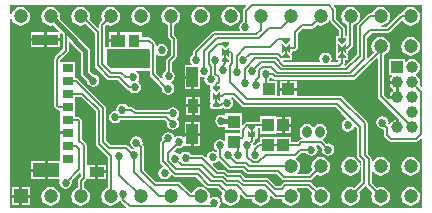
<source format=gbl>
G04 Layer_Physical_Order=4*
G04 Layer_Color=16711680*
%FSLAX23Y23*%
%MOIN*%
G70*
G01*
G75*
%ADD10R,0.043X0.039*%
%ADD19R,0.039X0.043*%
%ADD24C,0.005*%
%ADD25C,0.006*%
%ADD27C,0.010*%
%ADD28C,0.015*%
%ADD31R,0.006X0.018*%
%ADD32O,0.031X0.039*%
%ADD33C,0.039*%
%ADD34R,0.039X0.039*%
%ADD35C,0.047*%
%ADD36R,0.047X0.047*%
%ADD37C,0.027*%
%ADD38C,0.030*%
%ADD39R,0.037X0.028*%
%ADD40R,0.091X0.047*%
%ADD41R,0.085X0.037*%
%ADD42R,0.049X0.035*%
%ADD43R,0.035X0.041*%
%ADD44R,0.047X0.041*%
%ADD45R,0.041X0.067*%
%ADD46R,0.035X0.047*%
%ADD47R,0.006X0.020*%
G36*
X1084Y467D02*
Y460D01*
X1058D01*
X1058Y467D01*
X1071Y480D01*
X1084Y467D01*
D02*
G37*
G36*
X898D02*
Y460D01*
X872D01*
X872Y467D01*
X885Y480D01*
X898Y467D01*
D02*
G37*
G36*
X696Y478D02*
X696D01*
X696Y464D01*
X683Y477D01*
X670Y464D01*
X670Y481D01*
X670D01*
X670Y496D01*
X683Y483D01*
X696Y496D01*
X696Y478D01*
D02*
G37*
G36*
X898Y492D02*
X898D01*
X898Y478D01*
X885Y491D01*
X872Y478D01*
X872Y495D01*
X872D01*
X872Y510D01*
X885Y497D01*
X898Y510D01*
X898Y492D01*
D02*
G37*
G36*
X696Y507D02*
X683Y494D01*
X670Y507D01*
Y514D01*
X696D01*
X696Y507D01*
D02*
G37*
G36*
X666Y331D02*
X666D01*
X666Y317D01*
X653Y330D01*
X640Y317D01*
X640Y334D01*
X640D01*
X640Y349D01*
X653Y336D01*
X666Y349D01*
X666Y331D01*
D02*
G37*
G36*
X666Y306D02*
Y299D01*
X640D01*
X640Y306D01*
X653Y319D01*
X666Y306D01*
D02*
G37*
G36*
X666Y360D02*
X653Y347D01*
X640Y360D01*
Y367D01*
X666D01*
X666Y360D01*
D02*
G37*
G36*
X696Y453D02*
Y446D01*
X670D01*
X670Y453D01*
X683Y466D01*
X696Y453D01*
D02*
G37*
G36*
X753Y635D02*
X744Y626D01*
X742Y623D01*
X741Y619D01*
Y582D01*
X734Y578D01*
X730Y571D01*
X728Y563D01*
X730Y555D01*
X731Y554D01*
X729Y550D01*
X644D01*
X640Y549D01*
X637Y547D01*
X578Y488D01*
X576Y485D01*
X575Y481D01*
Y473D01*
X570Y470D01*
X566Y463D01*
X564Y455D01*
X566Y447D01*
X570Y440D01*
X571Y440D01*
X570Y436D01*
X547D01*
Y401D01*
X573D01*
Y396D01*
X578D01*
Y357D01*
X599D01*
Y397D01*
X603Y399D01*
X605Y398D01*
X613Y396D01*
X614Y395D01*
X613Y390D01*
X615Y382D01*
X619Y375D01*
X626Y371D01*
X631Y370D01*
X633Y367D01*
Y360D01*
X633Y357D01*
X635Y355D01*
X635Y354D01*
X634Y353D01*
X633Y352D01*
X633Y349D01*
X633Y334D01*
X633Y334D01*
X633Y317D01*
X633Y314D01*
X635Y312D01*
X633Y309D01*
X633Y309D01*
X633Y307D01*
X633Y306D01*
X633Y299D01*
X633Y299D01*
X633Y299D01*
X633Y296D01*
X633Y296D01*
X633Y296D01*
X634Y295D01*
X635Y294D01*
X635Y294D01*
X635Y294D01*
X636Y293D01*
X637Y292D01*
X637Y292D01*
X637Y292D01*
X640Y292D01*
X640Y292D01*
X640Y292D01*
X666D01*
X669Y292D01*
X671Y294D01*
X675Y295D01*
X680Y292D01*
X688Y290D01*
X696Y292D01*
X703Y296D01*
X707Y303D01*
X709Y311D01*
X707Y319D01*
X703Y326D01*
X703Y327D01*
X704Y330D01*
X708D01*
X739Y299D01*
X742Y297D01*
X746Y296D01*
X1050D01*
X1086Y259D01*
X1085Y256D01*
X1083Y255D01*
X1076Y251D01*
X1072Y244D01*
X1070Y236D01*
X1072Y228D01*
X1076Y221D01*
X1083Y217D01*
X1091Y215D01*
X1099Y217D01*
X1106Y221D01*
X1110Y228D01*
X1111Y230D01*
X1114Y231D01*
X1120Y226D01*
Y135D01*
X1121Y131D01*
X1123Y128D01*
X1135Y116D01*
Y101D01*
X1131Y101D01*
X1130Y103D01*
X1130Y108D01*
X1127Y115D01*
X1122Y122D01*
X1115Y127D01*
X1108Y130D01*
X1100Y131D01*
X1092Y130D01*
X1085Y127D01*
X1078Y122D01*
X1073Y115D01*
X1070Y108D01*
X1069Y100D01*
X1070Y92D01*
X1073Y85D01*
X1078Y78D01*
X1085Y73D01*
X1092Y70D01*
X1100Y69D01*
X1108Y70D01*
X1115Y73D01*
X1122Y78D01*
X1127Y85D01*
X1130Y92D01*
X1130Y97D01*
X1131Y99D01*
X1135Y99D01*
Y49D01*
X1113Y28D01*
X1108Y30D01*
X1100Y31D01*
X1092Y30D01*
X1085Y27D01*
X1078Y22D01*
X1073Y15D01*
X1070Y8D01*
X1069Y0D01*
X1070Y-8D01*
X1073Y-15D01*
X1078Y-22D01*
X1085Y-27D01*
X1092Y-30D01*
X1100Y-31D01*
X1108Y-30D01*
X1115Y-27D01*
X1122Y-22D01*
X1127Y-15D01*
X1130Y-8D01*
X1131Y0D01*
X1130Y8D01*
X1128Y13D01*
X1148Y33D01*
X1153Y33D01*
X1172Y13D01*
X1170Y8D01*
X1169Y0D01*
X1170Y-8D01*
X1173Y-15D01*
X1178Y-22D01*
X1185Y-27D01*
X1192Y-30D01*
X1200Y-31D01*
X1208Y-30D01*
X1215Y-27D01*
X1222Y-22D01*
X1227Y-15D01*
X1230Y-8D01*
X1231Y0D01*
X1230Y8D01*
X1227Y15D01*
X1222Y22D01*
X1215Y27D01*
X1208Y30D01*
X1200Y31D01*
X1192Y30D01*
X1187Y28D01*
X1170Y44D01*
Y82D01*
X1174Y83D01*
X1178Y78D01*
X1185Y73D01*
X1192Y70D01*
X1200Y69D01*
X1208Y70D01*
X1215Y73D01*
X1222Y78D01*
X1227Y85D01*
X1230Y92D01*
X1231Y100D01*
X1230Y108D01*
X1227Y115D01*
X1222Y122D01*
X1215Y127D01*
X1208Y130D01*
X1200Y131D01*
X1192Y130D01*
X1185Y127D01*
X1178Y122D01*
X1174Y117D01*
X1170Y118D01*
Y125D01*
X1169Y129D01*
X1167Y132D01*
X1157Y142D01*
Y244D01*
X1156Y248D01*
X1154Y251D01*
X1073Y332D01*
X1070Y334D01*
X1066Y335D01*
X921D01*
Y352D01*
X866D01*
Y335D01*
X855D01*
Y384D01*
X828D01*
Y390D01*
X833Y393D01*
X834Y395D01*
X839Y395D01*
X841Y392D01*
X845Y390D01*
X849Y389D01*
X1112D01*
X1115Y390D01*
X1119Y392D01*
X1186Y460D01*
X1190Y458D01*
Y335D01*
X1191Y331D01*
X1193Y328D01*
X1261Y259D01*
X1260Y256D01*
Y230D01*
X1250D01*
Y255D01*
X1248Y255D01*
X1242Y252D01*
X1237Y248D01*
X1233Y243D01*
X1232Y243D01*
X1228Y242D01*
X1226Y243D01*
X1227Y245D01*
X1225Y253D01*
X1221Y260D01*
X1214Y264D01*
X1206Y266D01*
X1198Y264D01*
X1191Y260D01*
X1187Y253D01*
X1185Y245D01*
X1187Y237D01*
X1191Y230D01*
X1198Y226D01*
X1206Y224D01*
X1208Y225D01*
X1212Y221D01*
Y205D01*
X1212Y201D01*
X1215Y198D01*
X1228Y185D01*
X1231Y183D01*
X1235Y182D01*
X1319D01*
X1323Y183D01*
X1326Y185D01*
X1334Y193D01*
X1338Y191D01*
Y-39D01*
X664D01*
X662Y-35D01*
X665Y-30D01*
X667Y-22D01*
X665Y-14D01*
X660Y-7D01*
X654Y-3D01*
X646Y-1D01*
X638Y-3D01*
X634Y-5D01*
X631Y-2D01*
X631Y0D01*
X630Y8D01*
X627Y15D01*
X622Y22D01*
X615Y27D01*
X608Y30D01*
X600Y31D01*
X592Y30D01*
X585Y27D01*
X578Y22D01*
X573Y15D01*
X572Y12D01*
X567Y11D01*
X533Y45D01*
X530Y47D01*
X526Y48D01*
X453D01*
X412Y89D01*
Y165D01*
X411Y169D01*
X409Y172D01*
X406Y175D01*
X407Y179D01*
X405Y187D01*
X401Y194D01*
X394Y198D01*
X386Y200D01*
X378Y198D01*
X371Y194D01*
X367Y187D01*
X365Y179D01*
X367Y171D01*
X371Y164D01*
X377Y161D01*
X376Y156D01*
X372Y156D01*
X358Y169D01*
X355Y171D01*
X351Y172D01*
X299D01*
X285Y186D01*
Y295D01*
X284Y299D01*
X282Y302D01*
X193Y392D01*
X189Y394D01*
X186Y395D01*
X183D01*
Y405D01*
X183D01*
Y407D01*
X183D01*
Y449D01*
X133D01*
Y454D01*
X157Y478D01*
X159Y481D01*
X160Y485D01*
Y514D01*
X164Y515D01*
X201Y478D01*
Y411D01*
X202Y405D01*
X206Y401D01*
X221Y385D01*
X223Y377D01*
X227Y370D01*
X234Y366D01*
X242Y364D01*
X250Y366D01*
X257Y370D01*
X261Y377D01*
X263Y385D01*
X261Y393D01*
X257Y400D01*
X250Y404D01*
X242Y406D01*
X231Y417D01*
Y484D01*
X230Y490D01*
X226Y494D01*
X160Y560D01*
X160Y560D01*
X130Y591D01*
X130Y592D01*
X131Y600D01*
X130Y608D01*
X127Y615D01*
X122Y622D01*
X115Y627D01*
X108Y630D01*
X100Y631D01*
X92Y630D01*
X85Y627D01*
X78Y622D01*
X73Y615D01*
X70Y608D01*
X69Y600D01*
X70Y592D01*
X73Y585D01*
X78Y578D01*
X85Y573D01*
X92Y570D01*
X100Y569D01*
X108Y570D01*
X109Y570D01*
X129Y550D01*
X127Y546D01*
X88D01*
Y526D01*
X132D01*
Y542D01*
X136Y543D01*
X140Y540D01*
X140Y540D01*
X140Y539D01*
Y490D01*
X116Y466D01*
X114Y462D01*
X113Y458D01*
Y302D01*
X114Y298D01*
X116Y295D01*
X120Y291D01*
X123Y288D01*
X127Y288D01*
X129D01*
X132Y285D01*
X132Y277D01*
X132Y273D01*
Y235D01*
X132Y234D01*
X133Y230D01*
X133Y230D01*
Y216D01*
X158D01*
Y206D01*
X133D01*
X133Y192D01*
X132Y189D01*
X132Y188D01*
Y147D01*
X132D01*
Y145D01*
X132D01*
Y116D01*
X90D01*
Y87D01*
Y57D01*
X129D01*
X131Y54D01*
X131Y53D01*
X129Y45D01*
X131Y37D01*
X135Y30D01*
X142Y26D01*
X150Y24D01*
X158Y26D01*
X165Y30D01*
X169Y37D01*
X171Y45D01*
X170Y50D01*
X196Y77D01*
X200Y75D01*
Y64D01*
X193Y57D01*
X191Y54D01*
X190Y50D01*
Y29D01*
X185Y27D01*
X178Y22D01*
X173Y15D01*
X170Y8D01*
X169Y0D01*
X170Y-8D01*
X173Y-15D01*
X178Y-22D01*
X185Y-27D01*
X192Y-30D01*
X200Y-31D01*
X208Y-30D01*
X215Y-27D01*
X222Y-22D01*
X227Y-15D01*
X230Y-8D01*
X231Y0D01*
X230Y8D01*
X227Y15D01*
X222Y22D01*
X215Y27D01*
X210Y29D01*
Y46D01*
X217Y53D01*
X219Y56D01*
X220Y57D01*
X223Y58D01*
X224Y58D01*
X249D01*
Y81D01*
Y104D01*
X224D01*
X223Y104D01*
X220Y106D01*
Y170D01*
X219Y174D01*
X217Y177D01*
X205Y189D01*
Y250D01*
X204Y253D01*
X202Y257D01*
X197Y262D01*
X194Y264D01*
X190Y265D01*
X186D01*
X183Y268D01*
X183Y275D01*
X183Y279D01*
Y319D01*
X183D01*
Y320D01*
X183D01*
Y331D01*
X202D01*
X250Y283D01*
Y174D01*
X251Y170D01*
X253Y167D01*
X290Y130D01*
Y29D01*
X285Y27D01*
X278Y22D01*
X273Y15D01*
X270Y8D01*
X269Y0D01*
X270Y-8D01*
X273Y-15D01*
X278Y-22D01*
X285Y-27D01*
X292Y-30D01*
X300Y-31D01*
X308Y-30D01*
X315Y-27D01*
X322Y-22D01*
X327Y-15D01*
X327Y-15D01*
X332Y-13D01*
X333Y-14D01*
X334Y-15D01*
X336Y-18D01*
X353Y-35D01*
X351Y-39D01*
X-34D01*
Y591D01*
X-30Y592D01*
X-27Y585D01*
X-22Y578D01*
X-15Y573D01*
X-8Y570D01*
X0Y569D01*
X8Y570D01*
X15Y573D01*
X22Y578D01*
X27Y585D01*
X30Y592D01*
X31Y600D01*
X30Y608D01*
X27Y615D01*
X22Y622D01*
X15Y627D01*
X8Y630D01*
X0Y631D01*
X-8Y630D01*
X-15Y627D01*
X-22Y622D01*
X-27Y615D01*
X-30Y608D01*
X-34Y609D01*
Y639D01*
X751D01*
X753Y635D01*
D02*
G37*
G36*
X1084Y492D02*
X1084D01*
X1084Y478D01*
X1071Y491D01*
X1058Y478D01*
X1058Y495D01*
X1058D01*
X1058Y510D01*
X1071Y497D01*
X1084Y510D01*
X1084Y492D01*
D02*
G37*
G36*
X1084Y521D02*
X1071Y508D01*
X1058Y521D01*
Y528D01*
X1084D01*
X1084Y521D01*
D02*
G37*
G36*
X1338Y367D02*
X1334Y365D01*
X1330Y370D01*
X1331Y373D01*
X1332Y380D01*
X1331Y387D01*
X1328Y393D01*
X1324Y399D01*
X1319Y403D01*
X1319Y405D01*
Y405D01*
X1319Y407D01*
X1324Y411D01*
X1328Y417D01*
X1331Y423D01*
X1332Y430D01*
X1331Y437D01*
X1328Y443D01*
X1324Y449D01*
X1318Y453D01*
X1312Y456D01*
X1305Y457D01*
X1298Y456D01*
X1292Y453D01*
X1286Y449D01*
X1286Y449D01*
X1282Y450D01*
Y457D01*
X1228D01*
Y403D01*
X1237D01*
X1238Y399D01*
X1237Y398D01*
X1233Y393D01*
X1230Y387D01*
X1230Y385D01*
X1255D01*
Y375D01*
X1230D01*
X1230Y373D01*
X1233Y367D01*
X1237Y362D01*
X1242Y358D01*
X1243Y357D01*
Y353D01*
X1242Y352D01*
X1237Y348D01*
X1233Y343D01*
X1230Y337D01*
X1230Y335D01*
X1255D01*
Y325D01*
X1229D01*
X1226Y324D01*
X1210Y339D01*
Y471D01*
X1215Y473D01*
X1222Y478D01*
X1227Y485D01*
X1230Y492D01*
X1231Y500D01*
X1230Y508D01*
X1227Y515D01*
X1222Y522D01*
X1215Y527D01*
X1208Y530D01*
X1200Y531D01*
X1192Y530D01*
X1185Y527D01*
X1178Y522D01*
X1173Y515D01*
X1170Y508D01*
X1169Y500D01*
X1170Y492D01*
X1173Y485D01*
X1177Y480D01*
X1159Y462D01*
X1155Y463D01*
Y529D01*
X1171Y545D01*
X1225D01*
X1229Y546D01*
X1232Y548D01*
X1269Y585D01*
X1274Y584D01*
X1278Y578D01*
X1285Y573D01*
X1292Y570D01*
X1300Y569D01*
X1308Y570D01*
X1315Y573D01*
X1322Y578D01*
X1327Y585D01*
X1330Y592D01*
X1331Y600D01*
X1330Y608D01*
X1327Y615D01*
X1322Y622D01*
X1315Y627D01*
X1308Y630D01*
X1300Y631D01*
X1292Y630D01*
X1285Y627D01*
X1278Y622D01*
X1273Y615D01*
X1271Y610D01*
X1270D01*
X1266Y609D01*
X1263Y607D01*
X1221Y565D01*
X1201D01*
X1201Y569D01*
X1208Y570D01*
X1215Y573D01*
X1222Y578D01*
X1227Y585D01*
X1230Y592D01*
X1231Y600D01*
X1230Y608D01*
X1227Y615D01*
X1222Y622D01*
X1215Y627D01*
X1208Y630D01*
X1200Y631D01*
X1192Y630D01*
X1185Y627D01*
X1178Y622D01*
X1173Y615D01*
X1171Y610D01*
X1165D01*
X1161Y609D01*
X1158Y607D01*
X1124Y573D01*
X1122Y570D01*
X1121Y566D01*
Y473D01*
X1083Y435D01*
X1081Y435D01*
X1080Y436D01*
X1079Y440D01*
X1080Y442D01*
X1081Y445D01*
Y453D01*
X1084D01*
X1087Y453D01*
X1089Y455D01*
X1091Y457D01*
X1091Y460D01*
Y467D01*
X1091Y470D01*
X1089Y472D01*
X1089Y473D01*
X1091Y475D01*
X1091Y478D01*
X1091Y484D01*
X1093Y485D01*
X1096Y487D01*
X1106Y497D01*
X1108Y500D01*
X1109Y504D01*
Y571D01*
X1115Y573D01*
X1122Y578D01*
X1127Y585D01*
X1130Y592D01*
X1131Y600D01*
X1130Y608D01*
X1127Y615D01*
X1122Y622D01*
X1115Y627D01*
X1108Y630D01*
X1100Y631D01*
X1092Y630D01*
X1085Y627D01*
X1078Y622D01*
X1073Y615D01*
X1070Y608D01*
X1069Y600D01*
X1070Y592D01*
X1073Y585D01*
X1078Y578D01*
X1085Y573D01*
X1089Y571D01*
Y538D01*
X1088Y537D01*
X1087Y536D01*
X1085Y535D01*
X1084Y535D01*
X1081Y538D01*
Y558D01*
X1080Y562D01*
X1078Y565D01*
X1053Y590D01*
Y622D01*
X1052Y626D01*
X1050Y629D01*
X1044Y635D01*
X1046Y639D01*
X1338D01*
Y367D01*
D02*
G37*
G36*
X1033Y589D02*
Y586D01*
X1034Y582D01*
X1036Y579D01*
X1061Y554D01*
Y535D01*
X1058D01*
X1055Y535D01*
X1053Y533D01*
X1051Y531D01*
X1051Y528D01*
Y521D01*
X1051Y518D01*
X1053Y516D01*
X1053Y515D01*
X1052Y514D01*
X1051Y513D01*
X1051Y510D01*
X1051Y495D01*
X1051Y495D01*
X1051Y478D01*
X1051Y475D01*
X1053Y473D01*
X1051Y470D01*
X1051Y470D01*
X1051Y468D01*
X1051Y467D01*
X1051Y460D01*
X1051Y460D01*
X1051Y460D01*
X1051Y457D01*
X1051Y457D01*
X1051Y457D01*
X1052Y456D01*
X1053Y455D01*
X1053Y455D01*
X1053Y455D01*
X1054Y454D01*
X1055Y453D01*
X1055Y453D01*
X1055Y453D01*
X1058Y453D01*
X1059Y452D01*
X1059Y449D01*
X1056Y446D01*
X1038D01*
X1036Y449D01*
X1036Y450D01*
X1038Y458D01*
X1036Y466D01*
X1032Y473D01*
X1025Y477D01*
X1017Y479D01*
X1009Y477D01*
X1002Y473D01*
X998Y466D01*
X996Y458D01*
X998Y450D01*
X998Y449D01*
X996Y446D01*
X878D01*
X875Y449D01*
X877Y453D01*
X898D01*
X901Y453D01*
X903Y455D01*
X905Y457D01*
X905Y460D01*
Y467D01*
X905Y470D01*
X903Y472D01*
X903Y473D01*
X905Y475D01*
X905Y478D01*
X905Y481D01*
X908Y484D01*
X910D01*
X914Y485D01*
X918Y487D01*
X922Y491D01*
X924Y495D01*
X925Y499D01*
Y544D01*
X941Y559D01*
X971D01*
X975Y560D01*
X979Y562D01*
X988Y572D01*
X992Y570D01*
X1000Y569D01*
X1008Y570D01*
X1015Y573D01*
X1022Y578D01*
X1027Y585D01*
X1029Y590D01*
X1033Y589D01*
D02*
G37*
G36*
X898Y521D02*
X885Y508D01*
X872Y521D01*
Y528D01*
X898D01*
X898Y521D01*
D02*
G37*
%LPC*%
G36*
X901Y232D02*
X880D01*
Y210D01*
X901D01*
Y232D01*
D02*
G37*
G36*
X599Y202D02*
X578D01*
Y168D01*
X599D01*
Y202D01*
D02*
G37*
G36*
X80Y116D02*
X34D01*
Y92D01*
X80D01*
Y116D01*
D02*
G37*
G36*
X339Y309D02*
X331Y307D01*
X324Y303D01*
X320Y296D01*
X318Y288D01*
X318Y287D01*
X316Y285D01*
X315Y285D01*
X307Y283D01*
X300Y279D01*
X296Y272D01*
X294Y264D01*
X296Y256D01*
X300Y249D01*
X307Y245D01*
X315Y243D01*
X323Y245D01*
X330Y249D01*
X333Y254D01*
X482D01*
X488Y247D01*
X487Y242D01*
X489Y234D01*
X493Y227D01*
X500Y223D01*
X508Y221D01*
X516Y223D01*
X523Y227D01*
X527Y234D01*
X529Y242D01*
X527Y250D01*
X523Y256D01*
X523Y258D01*
Y260D01*
X523Y261D01*
X527Y268D01*
X529Y276D01*
X527Y284D01*
X523Y290D01*
X516Y295D01*
X508Y296D01*
X500Y295D01*
X493Y290D01*
X490Y286D01*
X385D01*
X376Y295D01*
X372Y297D01*
X369Y298D01*
X357D01*
X354Y303D01*
X347Y307D01*
X339Y309D01*
D02*
G37*
G36*
X901Y265D02*
X880D01*
Y242D01*
X901D01*
Y265D01*
D02*
G37*
G36*
X568Y247D02*
X547D01*
Y212D01*
X568D01*
Y247D01*
D02*
G37*
G36*
X599D02*
X578D01*
Y212D01*
X599D01*
Y247D01*
D02*
G37*
G36*
X259Y104D02*
Y86D01*
X285D01*
Y104D01*
X259D01*
D02*
G37*
G36*
X-5Y-5D02*
X-30D01*
Y-30D01*
X-5D01*
Y-5D01*
D02*
G37*
G36*
X30D02*
X5D01*
Y-30D01*
X30D01*
Y-5D01*
D02*
G37*
G36*
X100Y31D02*
X92Y30D01*
X85Y27D01*
X78Y22D01*
X73Y15D01*
X70Y8D01*
X69Y0D01*
X70Y-8D01*
X73Y-15D01*
X78Y-22D01*
X85Y-27D01*
X92Y-30D01*
X100Y-31D01*
X108Y-30D01*
X115Y-27D01*
X122Y-22D01*
X127Y-15D01*
X130Y-8D01*
X131Y0D01*
X130Y8D01*
X127Y15D01*
X122Y22D01*
X115Y27D01*
X108Y30D01*
X100Y31D01*
D02*
G37*
G36*
X1300D02*
X1292Y30D01*
X1285Y27D01*
X1278Y22D01*
X1273Y15D01*
X1270Y8D01*
X1269Y0D01*
X1270Y-8D01*
X1273Y-15D01*
X1278Y-22D01*
X1285Y-27D01*
X1292Y-30D01*
X1300Y-31D01*
X1308Y-30D01*
X1315Y-27D01*
X1322Y-22D01*
X1327Y-15D01*
X1330Y-8D01*
X1331Y0D01*
X1330Y8D01*
X1327Y15D01*
X1322Y22D01*
X1315Y27D01*
X1308Y30D01*
X1300Y31D01*
D02*
G37*
G36*
X-5Y30D02*
X-30D01*
Y5D01*
X-5D01*
Y30D01*
D02*
G37*
G36*
X285Y76D02*
X259D01*
Y58D01*
X285D01*
Y76D01*
D02*
G37*
G36*
X1300Y131D02*
X1292Y130D01*
X1285Y127D01*
X1278Y122D01*
X1273Y115D01*
X1270Y108D01*
X1269Y100D01*
X1270Y92D01*
X1273Y85D01*
X1278Y78D01*
X1285Y73D01*
X1292Y70D01*
X1300Y69D01*
X1308Y70D01*
X1315Y73D01*
X1322Y78D01*
X1327Y85D01*
X1330Y92D01*
X1331Y100D01*
X1330Y108D01*
X1327Y115D01*
X1322Y122D01*
X1315Y127D01*
X1308Y130D01*
X1300Y131D01*
D02*
G37*
G36*
X30Y30D02*
X5D01*
Y5D01*
X30D01*
Y30D01*
D02*
G37*
G36*
X80Y82D02*
X34D01*
Y57D01*
X80D01*
Y82D01*
D02*
G37*
G36*
X737Y277D02*
X683D01*
Y270D01*
X680Y268D01*
X677Y270D01*
X669Y272D01*
X661Y270D01*
X654Y266D01*
X650Y259D01*
X648Y251D01*
X650Y243D01*
X654Y236D01*
X661Y232D01*
X669Y230D01*
X677Y232D01*
X680Y234D01*
X683Y232D01*
Y220D01*
X731D01*
Y210D01*
X683D01*
Y186D01*
X679Y185D01*
X673Y189D01*
X665Y191D01*
X657Y189D01*
X650Y185D01*
X646Y178D01*
X644Y170D01*
X646Y162D01*
X650Y155D01*
X654Y153D01*
X654Y150D01*
X650Y148D01*
X648Y149D01*
X640Y151D01*
X632Y149D01*
X625Y145D01*
X621Y138D01*
X620Y132D01*
X615Y131D01*
X611Y135D01*
X608Y137D01*
X604Y138D01*
X568D01*
X565Y143D01*
X558Y147D01*
X550Y149D01*
X542Y147D01*
X535Y143D01*
X534Y140D01*
X529Y140D01*
X523Y144D01*
X515Y146D01*
X512Y145D01*
X510Y149D01*
X522Y161D01*
X528Y160D01*
X536Y162D01*
X542Y166D01*
X543Y167D01*
X547Y168D01*
Y168D01*
X547Y168D01*
X568D01*
Y202D01*
X547D01*
Y196D01*
X543Y195D01*
X542Y196D01*
X536Y200D01*
X528Y202D01*
X520Y200D01*
X516Y198D01*
X512Y200D01*
X511Y201D01*
X507Y208D01*
X500Y212D01*
X492Y214D01*
X484Y212D01*
X477Y208D01*
X473Y201D01*
X471Y193D01*
X472Y189D01*
X468Y184D01*
X466Y181D01*
X465Y177D01*
Y116D01*
X466Y112D01*
X468Y109D01*
X476Y101D01*
X475Y97D01*
X472Y96D01*
X465Y92D01*
X461Y85D01*
X459Y77D01*
X461Y69D01*
X465Y62D01*
X472Y58D01*
X480Y56D01*
X488Y58D01*
X495Y62D01*
X499Y69D01*
X500Y72D01*
X504Y73D01*
X509Y68D01*
X512Y66D01*
X516Y65D01*
X586D01*
X619Y32D01*
X622Y30D01*
X626Y29D01*
X657D01*
X672Y13D01*
X670Y8D01*
X669Y0D01*
X670Y-8D01*
X673Y-15D01*
X678Y-22D01*
X685Y-27D01*
X692Y-30D01*
X700Y-31D01*
X708Y-30D01*
X715Y-27D01*
X722Y-22D01*
X727Y-15D01*
X730Y-8D01*
X731Y0D01*
X730Y6D01*
X734Y8D01*
X749Y-7D01*
X752Y-9D01*
X756Y-10D01*
X771D01*
X773Y-15D01*
X778Y-22D01*
X785Y-27D01*
X792Y-30D01*
X800Y-31D01*
X808Y-30D01*
X815Y-27D01*
X822Y-22D01*
X827Y-15D01*
X830Y-8D01*
X831Y0D01*
X831Y2D01*
X834Y3D01*
X845Y-7D01*
X848Y-9D01*
X852Y-10D01*
X871D01*
X873Y-15D01*
X878Y-22D01*
X885Y-27D01*
X892Y-30D01*
X900Y-31D01*
X908Y-30D01*
X915Y-27D01*
X922Y-22D01*
X927Y-15D01*
X930Y-8D01*
X931Y0D01*
X930Y8D01*
X927Y15D01*
X922Y22D01*
X921Y23D01*
X922Y27D01*
X959D01*
X972Y13D01*
X970Y8D01*
X969Y0D01*
X970Y-8D01*
X973Y-15D01*
X978Y-22D01*
X985Y-27D01*
X992Y-30D01*
X1000Y-31D01*
X1008Y-30D01*
X1015Y-27D01*
X1022Y-22D01*
X1027Y-15D01*
X1030Y-8D01*
X1031Y0D01*
X1030Y8D01*
X1027Y15D01*
X1022Y22D01*
X1015Y27D01*
X1008Y30D01*
X1000Y31D01*
X992Y30D01*
X987Y28D01*
X970Y44D01*
X967Y46D01*
X963Y47D01*
X882D01*
X878Y46D01*
X875Y44D01*
X866Y35D01*
X852D01*
X828Y59D01*
X824Y61D01*
X821Y62D01*
X750D01*
X738Y74D01*
X735Y76D01*
X731Y77D01*
X693D01*
X685Y85D01*
X682Y87D01*
X678Y88D01*
X658D01*
X641Y105D01*
X642Y110D01*
X648Y111D01*
X655Y115D01*
X657Y119D01*
X661Y119D01*
X690Y91D01*
X693Y89D01*
X697Y88D01*
X740D01*
X750Y78D01*
X753Y76D01*
X757Y75D01*
X853D01*
X871Y57D01*
X874Y55D01*
X878Y54D01*
X964D01*
X968Y55D01*
X971Y57D01*
X987Y72D01*
X992Y70D01*
X1000Y69D01*
X1008Y70D01*
X1015Y73D01*
X1022Y78D01*
X1027Y85D01*
X1030Y92D01*
X1031Y100D01*
X1030Y108D01*
X1027Y115D01*
X1022Y122D01*
X1015Y127D01*
X1008Y130D01*
X1000Y131D01*
X992Y130D01*
X985Y127D01*
X978Y122D01*
X973Y115D01*
X970Y108D01*
X969Y100D01*
X970Y92D01*
X972Y87D01*
X960Y74D01*
X923D01*
X922Y77D01*
X922Y78D01*
X927Y85D01*
X930Y92D01*
X931Y100D01*
X930Y108D01*
X927Y115D01*
X922Y122D01*
X918Y124D01*
X919Y127D01*
X919Y129D01*
X922Y131D01*
X936Y145D01*
X951D01*
X954Y140D01*
X961Y136D01*
X969Y134D01*
X977Y136D01*
X984Y140D01*
X988Y147D01*
X990Y155D01*
X988Y163D01*
X986Y166D01*
X989Y170D01*
X996D01*
X1005Y160D01*
X1004Y155D01*
X1006Y147D01*
X1010Y140D01*
X1017Y136D01*
X1025Y134D01*
X1033Y136D01*
X1040Y140D01*
X1044Y147D01*
X1046Y155D01*
X1044Y163D01*
X1040Y170D01*
X1033Y174D01*
X1025Y176D01*
X1020Y175D01*
X1008Y186D01*
X1008Y190D01*
X1009Y191D01*
X1014Y195D01*
X1019Y202D01*
X1021Y211D01*
Y219D01*
X1019Y228D01*
X1014Y235D01*
X1007Y240D01*
X998Y242D01*
X989Y240D01*
X981Y235D01*
X978Y231D01*
X974D01*
X971Y235D01*
X963Y240D01*
X954Y242D01*
X945Y240D01*
X938Y235D01*
X933Y228D01*
X931Y219D01*
Y211D01*
X933Y202D01*
X938Y195D01*
X939Y194D01*
X938Y190D01*
X935D01*
X931Y189D01*
X928Y187D01*
X922Y182D01*
X902D01*
Y199D01*
X798D01*
Y182D01*
X795D01*
X791Y181D01*
X788Y179D01*
X780Y171D01*
X776Y172D01*
X775Y176D01*
X777Y178D01*
X779Y181D01*
X780Y185D01*
Y189D01*
X783Y192D01*
X783Y192D01*
X786Y192D01*
X788Y194D01*
X790Y196D01*
X790Y199D01*
X790Y222D01*
X790Y223D01*
X793Y227D01*
X798D01*
Y209D01*
X852D01*
Y210D01*
X870D01*
Y237D01*
Y265D01*
X852D01*
Y266D01*
X798D01*
Y247D01*
X786D01*
X786Y248D01*
X786Y248D01*
X786Y248D01*
X784Y248D01*
X783Y248D01*
X783Y248D01*
X783Y248D01*
X757D01*
X754Y248D01*
X753Y246D01*
X753Y246D01*
X749Y244D01*
X740Y235D01*
X737Y237D01*
Y277D01*
D02*
G37*
G36*
X400Y631D02*
X392Y630D01*
X385Y627D01*
X378Y622D01*
X373Y615D01*
X370Y608D01*
X369Y600D01*
X370Y592D01*
X373Y585D01*
X378Y578D01*
X385Y573D01*
X392Y570D01*
X400Y569D01*
X408Y570D01*
X415Y573D01*
X422Y578D01*
X427Y585D01*
X430Y592D01*
X431Y600D01*
X430Y608D01*
X427Y615D01*
X422Y622D01*
X415Y627D01*
X408Y630D01*
X400Y631D01*
D02*
G37*
G36*
X500D02*
X492Y630D01*
X485Y627D01*
X478Y622D01*
X473Y615D01*
X470Y608D01*
X469Y600D01*
X470Y592D01*
X473Y585D01*
X478Y578D01*
X485Y573D01*
X490Y571D01*
Y534D01*
X491Y530D01*
X493Y527D01*
X500Y520D01*
Y470D01*
X487Y457D01*
X485Y454D01*
X484Y450D01*
Y418D01*
X479Y415D01*
X475Y408D01*
X473Y400D01*
X474Y396D01*
X471Y392D01*
X470Y392D01*
X450Y411D01*
Y473D01*
X454Y474D01*
X455Y472D01*
X462Y468D01*
X470Y466D01*
X478Y468D01*
X485Y472D01*
X489Y479D01*
X491Y487D01*
X489Y495D01*
X485Y502D01*
X478Y506D01*
X470Y508D01*
X462Y506D01*
X455Y502D01*
X454Y500D01*
X450Y501D01*
Y507D01*
X449Y511D01*
X447Y514D01*
X435Y527D01*
X432Y529D01*
X428Y530D01*
X404D01*
Y547D01*
X355D01*
Y546D01*
X330D01*
Y519D01*
X325D01*
Y514D01*
X296D01*
Y503D01*
X295Y499D01*
X295Y499D01*
X288Y499D01*
X287Y499D01*
X285Y498D01*
X285Y498D01*
X285Y498D01*
X285Y498D01*
X282Y500D01*
X281Y501D01*
Y567D01*
X287Y572D01*
X292Y570D01*
X300Y569D01*
X308Y570D01*
X315Y573D01*
X322Y578D01*
X327Y585D01*
X330Y592D01*
X331Y600D01*
X330Y608D01*
X327Y615D01*
X322Y622D01*
X315Y627D01*
X308Y630D01*
X300Y631D01*
X292Y630D01*
X285Y627D01*
X278Y622D01*
X273Y615D01*
X270Y608D01*
X269Y600D01*
X270Y592D01*
X272Y587D01*
X264Y578D01*
X262Y575D01*
X261Y571D01*
Y564D01*
X257Y562D01*
X229Y590D01*
X230Y592D01*
X231Y600D01*
X230Y608D01*
X227Y615D01*
X222Y622D01*
X215Y627D01*
X208Y630D01*
X200Y631D01*
X192Y630D01*
X185Y627D01*
X178Y622D01*
X173Y615D01*
X170Y608D01*
X169Y600D01*
X170Y592D01*
X173Y585D01*
X178Y578D01*
X185Y573D01*
X192Y570D01*
X200Y569D01*
X208Y570D01*
X215Y573D01*
X217Y574D01*
X248Y543D01*
Y436D01*
X249Y432D01*
X251Y429D01*
X289Y391D01*
X292Y389D01*
X296Y388D01*
X323D01*
X354Y357D01*
X357Y355D01*
X361Y354D01*
X363D01*
X366Y349D01*
X373Y345D01*
X381Y343D01*
X389Y345D01*
X396Y349D01*
X400Y356D01*
X402Y364D01*
X400Y372D01*
X396Y379D01*
X390Y383D01*
X394Y389D01*
X396Y397D01*
X394Y405D01*
X390Y412D01*
X385Y415D01*
X386Y419D01*
X430D01*
Y407D01*
X431Y403D01*
X433Y400D01*
X472Y361D01*
X471Y359D01*
X473Y351D01*
X477Y344D01*
X484Y340D01*
X492Y338D01*
X500Y340D01*
X507Y344D01*
X511Y351D01*
X513Y359D01*
X511Y367D01*
X507Y374D01*
X502Y377D01*
X502Y378D01*
X503Y381D01*
X509Y385D01*
X513Y392D01*
X515Y400D01*
X513Y408D01*
X509Y415D01*
X504Y418D01*
Y446D01*
X517Y459D01*
X519Y462D01*
X520Y466D01*
Y524D01*
X519Y528D01*
X517Y531D01*
X510Y538D01*
Y571D01*
X515Y573D01*
X522Y578D01*
X527Y585D01*
X530Y592D01*
X531Y600D01*
X530Y608D01*
X527Y615D01*
X522Y622D01*
X515Y627D01*
X508Y630D01*
X500Y631D01*
D02*
G37*
G36*
X921Y383D02*
X898D01*
Y362D01*
X921D01*
Y383D01*
D02*
G37*
G36*
X600Y631D02*
X592Y630D01*
X585Y627D01*
X578Y622D01*
X573Y615D01*
X570Y608D01*
X569Y600D01*
X570Y592D01*
X573Y585D01*
X578Y578D01*
X585Y573D01*
X592Y570D01*
X600Y569D01*
X608Y570D01*
X615Y573D01*
X622Y578D01*
X627Y585D01*
X630Y592D01*
X631Y600D01*
X630Y608D01*
X627Y615D01*
X622Y622D01*
X615Y627D01*
X608Y630D01*
X600Y631D01*
D02*
G37*
G36*
X78Y546D02*
X34D01*
Y526D01*
X78D01*
Y546D01*
D02*
G37*
G36*
Y516D02*
X34D01*
Y497D01*
X78D01*
Y516D01*
D02*
G37*
G36*
X132D02*
X88D01*
Y497D01*
X132D01*
Y516D01*
D02*
G37*
G36*
X1300Y531D02*
X1292Y530D01*
X1285Y527D01*
X1278Y522D01*
X1273Y515D01*
X1270Y508D01*
X1269Y500D01*
X1270Y492D01*
X1273Y485D01*
X1278Y478D01*
X1285Y473D01*
X1292Y470D01*
X1300Y469D01*
X1308Y470D01*
X1315Y473D01*
X1322Y478D01*
X1327Y485D01*
X1330Y492D01*
X1331Y500D01*
X1330Y508D01*
X1327Y515D01*
X1322Y522D01*
X1315Y527D01*
X1308Y530D01*
X1300Y531D01*
D02*
G37*
G36*
X320Y546D02*
X296D01*
Y524D01*
X320D01*
Y546D01*
D02*
G37*
G36*
X571Y331D02*
X553D01*
Y307D01*
X571D01*
Y331D01*
D02*
G37*
G36*
X599D02*
X581D01*
Y307D01*
X599D01*
Y331D01*
D02*
G37*
G36*
X571Y297D02*
X553D01*
Y272D01*
X571D01*
Y297D01*
D02*
G37*
G36*
X599D02*
X581D01*
Y272D01*
X599D01*
Y297D01*
D02*
G37*
G36*
X568Y391D02*
X547D01*
Y357D01*
X568D01*
Y391D01*
D02*
G37*
G36*
X888Y383D02*
X866D01*
Y362D01*
X888D01*
Y383D01*
D02*
G37*
G36*
X700Y631D02*
X692Y630D01*
X685Y627D01*
X678Y622D01*
X673Y615D01*
X670Y608D01*
X669Y600D01*
X670Y592D01*
X673Y585D01*
X678Y578D01*
X685Y573D01*
X692Y570D01*
X700Y569D01*
X708Y570D01*
X715Y573D01*
X722Y578D01*
X727Y585D01*
X730Y592D01*
X731Y600D01*
X730Y608D01*
X727Y615D01*
X722Y622D01*
X715Y627D01*
X708Y630D01*
X700Y631D01*
D02*
G37*
%LPD*%
G36*
X430Y489D02*
Y426D01*
X302D01*
X288Y440D01*
Y492D01*
X295Y492D01*
X295Y492D01*
Y492D01*
X404D01*
Y492D01*
X426Y492D01*
X430Y489D01*
D02*
G37*
G36*
X783Y199D02*
X757Y199D01*
X757Y222D01*
X770Y209D01*
X783Y222D01*
X783Y199D01*
D02*
G37*
G36*
X783Y232D02*
X770Y219D01*
X757Y232D01*
Y241D01*
X783D01*
X783Y232D01*
D02*
G37*
D10*
X893Y357D02*
D03*
X827D02*
D03*
D19*
X825Y171D02*
D03*
Y237D02*
D03*
X710Y182D02*
D03*
Y248D02*
D03*
X875Y237D02*
D03*
Y171D02*
D03*
D24*
X1071Y523D02*
D03*
X1062Y494D02*
D03*
X1071Y465D02*
D03*
X885D02*
D03*
X876Y494D02*
D03*
X885Y523D02*
D03*
X653Y362D02*
D03*
X644Y333D02*
D03*
X653Y304D02*
D03*
X683Y451D02*
D03*
X674Y480D02*
D03*
X683Y509D02*
D03*
X770Y237D02*
D03*
Y203D02*
D03*
D25*
X874Y435D02*
X1061D01*
X868Y424D02*
X1086D01*
X854Y412D02*
X1097D01*
X849Y400D02*
X1112D01*
X850Y460D02*
X874Y435D01*
X1061D02*
X1071Y445D01*
X845Y446D02*
X868Y424D01*
X1086D02*
X1131Y469D01*
X834Y431D02*
X854Y412D01*
X1097D02*
X1145Y459D01*
X841Y407D02*
X849Y400D01*
X1112D02*
X1200Y488D01*
X915Y138D02*
X932Y155D01*
X818Y138D02*
X915D01*
X793Y113D02*
X818Y138D01*
Y366D02*
Y408D01*
X1066Y325D02*
X1147Y244D01*
X754Y325D02*
X1066D01*
X697Y382D02*
X754Y325D01*
X1054Y306D02*
X1130Y230D01*
X746Y306D02*
X1054D01*
X712Y340D02*
X746Y306D01*
X1206Y245D02*
X1222Y229D01*
X1130Y135D02*
Y230D01*
Y135D02*
X1145Y120D01*
X1147Y138D02*
Y244D01*
Y138D02*
X1160Y125D01*
X329Y71D02*
Y134D01*
X751Y565D02*
Y619D01*
X749Y563D02*
X751Y565D01*
X500Y0D02*
Y15D01*
X379Y82D02*
Y134D01*
X665Y130D02*
Y170D01*
X494Y400D02*
Y450D01*
X510Y466D01*
X488Y359D02*
X492D01*
X440Y407D02*
X488Y359D01*
X773Y416D02*
Y417D01*
X747Y376D02*
Y424D01*
X785Y372D02*
Y387D01*
X755Y132D02*
Y170D01*
X964Y64D02*
X1000Y100D01*
X612Y418D02*
X613Y417D01*
X510Y466D02*
Y524D01*
X500Y534D02*
X510Y524D01*
X500Y534D02*
Y600D01*
X339Y288D02*
X369D01*
X381Y276D02*
X507D01*
X369Y288D02*
X381Y276D01*
X486Y264D02*
X508Y242D01*
X315Y264D02*
X486D01*
X507Y276D02*
X508Y276D01*
X158Y384D02*
X186D01*
X935Y180D02*
X1000D01*
X927Y172D02*
X935Y180D01*
X795Y172D02*
X927D01*
X1160Y40D02*
X1200Y0D01*
X783Y159D02*
X795Y172D01*
X783Y138D02*
Y159D01*
X1100Y0D02*
X1145Y45D01*
Y120D01*
X1160Y40D02*
Y125D01*
X164Y206D02*
X165Y205D01*
X200Y0D02*
Y50D01*
X210Y60D01*
X726Y138D02*
Y169D01*
X899Y101D02*
X900Y100D01*
X741Y200D02*
Y222D01*
X737Y195D02*
X741Y200D01*
X707Y195D02*
X737D01*
X703Y192D02*
X726Y169D01*
X150Y45D02*
X195Y90D01*
X159Y255D02*
X190D01*
X210Y60D02*
Y170D01*
X190Y255D02*
X195Y250D01*
Y185D02*
Y250D01*
Y185D02*
X210Y170D01*
X491Y193D02*
X492D01*
X756Y0D02*
X800D01*
X963Y37D02*
X1000Y0D01*
X1200Y335D02*
Y500D01*
Y335D02*
X1305Y230D01*
Y235D01*
X932Y155D02*
X969D01*
X490Y144D02*
X528Y181D01*
X475Y177D02*
X491Y193D01*
X200Y600D02*
X205D01*
X127Y298D02*
X158D01*
X781Y372D02*
X783D01*
X649Y409D02*
Y453D01*
X1099Y599D02*
X1100Y600D01*
X1200Y488D02*
Y500D01*
X882Y37D02*
X963D01*
X848Y25D02*
X870D01*
X882Y37D01*
X878Y64D02*
X964D01*
X697Y435D02*
X706Y444D01*
Y475D01*
X751Y619D02*
X767Y635D01*
X634Y390D02*
X635Y391D01*
X649Y409D02*
X661Y397D01*
X697Y382D02*
Y435D01*
X275Y182D02*
Y295D01*
X186Y384D02*
X275Y295D01*
X123Y302D02*
X127Y298D01*
X271Y571D02*
X300Y600D01*
X205D02*
X258Y547D01*
X379Y519D02*
X428D01*
X440Y507D01*
Y407D02*
Y507D01*
X150Y485D02*
Y550D01*
X123Y458D02*
X150Y485D01*
X123Y302D02*
Y458D01*
X475Y116D02*
Y177D01*
X490Y118D02*
Y144D01*
X379Y82D02*
X461Y0D01*
X329Y71D02*
X400Y0D01*
X343Y-11D02*
Y7D01*
X461Y0D02*
X500D01*
X275Y182D02*
X295Y162D01*
X351D01*
X379Y134D01*
X260Y174D02*
X300Y134D01*
Y0D02*
Y134D01*
X158Y341D02*
X206D01*
X260Y287D01*
Y174D02*
Y287D01*
X661Y39D02*
X700Y0D01*
X550Y128D02*
X604D01*
X654Y78D01*
X626Y39D02*
X661D01*
X402Y85D02*
Y165D01*
Y85D02*
X449Y38D01*
X526D01*
X564Y0D01*
X600D01*
X1000Y180D02*
X1025Y155D01*
X674Y420D02*
Y434D01*
X683Y443D01*
Y453D01*
X681D02*
Y456D01*
X635Y391D02*
Y391D01*
X627Y440D02*
X636Y431D01*
Y391D02*
Y431D01*
X720Y415D02*
X721Y415D01*
X900Y594D02*
Y600D01*
X800Y555D02*
Y600D01*
X867Y561D02*
X900Y594D01*
X829Y561D02*
X867D01*
X807Y431D02*
X834D01*
X747Y424D02*
X783Y460D01*
X850D01*
X773Y417D02*
X802Y446D01*
X845D01*
X785Y387D02*
X795Y398D01*
Y421D01*
X807Y431D01*
X818Y408D02*
X819Y407D01*
X671Y333D02*
X678Y340D01*
X712D01*
X258Y436D02*
Y547D01*
X271Y442D02*
Y571D01*
X361Y364D02*
X381D01*
X271Y442D02*
X301Y412D01*
X258Y436D02*
X296Y398D01*
X327D01*
X361Y364D01*
X475Y116D02*
X516Y75D01*
X590D01*
X626Y39D01*
X490Y118D02*
X518Y90D01*
X596D01*
X634Y52D01*
X515Y125D02*
X537Y103D01*
X606D01*
X645Y64D01*
X388Y179D02*
X402Y165D01*
X386Y179D02*
X388D01*
X852Y0D02*
X900D01*
X634Y52D02*
X670D01*
X686Y36D01*
X720D01*
X756Y0D01*
X645Y64D02*
X675D01*
X687Y52D01*
X724D01*
X678Y78D02*
X689Y67D01*
X731D01*
X654Y78D02*
X678D01*
X665Y130D02*
X697Y98D01*
X691Y138D02*
X718Y111D01*
X857Y85D02*
X878Y64D01*
X755Y132D02*
X774Y113D01*
X793D01*
X724Y52D02*
X740Y36D01*
X816D01*
X852Y0D01*
X731Y67D02*
X746Y52D01*
X821D01*
X848Y25D01*
X718Y111D02*
X752D01*
X762Y101D01*
X899D01*
X697Y98D02*
X744D01*
X757Y85D01*
X857D01*
X819Y407D02*
X841D01*
X343Y-11D02*
X365Y-33D01*
X634D01*
X646Y-22D01*
X1029Y636D02*
X1043Y622D01*
X767Y635D02*
Y636D01*
X1029D01*
X1305Y380D02*
X1336Y349D01*
X1319Y192D02*
X1336Y209D01*
Y349D01*
X1165Y600D02*
X1188D01*
X1225Y555D02*
X1270Y600D01*
X1300D01*
X1222Y205D02*
X1235Y192D01*
X1222Y205D02*
Y229D01*
X1235Y192D02*
X1319D01*
X158Y168D02*
X184D01*
X195Y157D01*
Y90D02*
Y157D01*
X1145Y459D02*
Y534D01*
X1166Y555D01*
X1225D01*
X1131Y469D02*
Y566D01*
X1165Y600D01*
X1071Y445D02*
Y470D01*
X1043Y586D02*
Y622D01*
Y586D02*
X1071Y558D01*
Y518D02*
Y558D01*
X1099Y504D02*
Y599D01*
X743Y454D02*
X764Y475D01*
X1000Y598D02*
Y600D01*
X720Y415D02*
Y468D01*
X748Y496D01*
X830D01*
X910Y494D02*
X915Y499D01*
Y548D02*
X937Y570D01*
X971D01*
X915Y499D02*
Y548D01*
X971Y570D02*
X1000Y598D01*
X644Y333D02*
X671D01*
X674Y480D02*
X701D01*
X706Y475D01*
X868Y465D02*
X885D01*
X858Y475D02*
X868Y465D01*
X764Y475D02*
X858D01*
X876Y494D02*
X910D01*
X1062D02*
X1089D01*
X1099Y504D01*
X653Y304D02*
X669D01*
X676Y311D01*
X688D01*
X653Y362D02*
Y373D01*
X661Y381D01*
Y397D01*
X785Y540D02*
X800Y555D01*
X644Y540D02*
X785D01*
X585Y455D02*
Y481D01*
X612Y418D02*
Y483D01*
X585Y481D02*
X644Y540D01*
X659Y509D02*
X683D01*
X627Y440D02*
Y477D01*
X659Y509D01*
X857Y523D02*
X885D01*
X830Y496D02*
X857Y523D01*
X612Y483D02*
X655Y526D01*
X794D01*
X829Y561D01*
X770Y185D02*
Y203D01*
X755Y170D02*
X770Y185D01*
X756Y237D02*
X770D01*
X741Y222D02*
X756Y237D01*
X810D02*
X810Y237D01*
X770Y237D02*
X810D01*
X301Y412D02*
X335D01*
X350Y397D01*
X375D01*
D27*
X1255Y325D02*
Y385D01*
D28*
X669Y251D02*
X707D01*
X710Y248D01*
X100Y600D02*
X150Y550D01*
X216Y484D01*
Y411D02*
Y484D01*
Y411D02*
X242Y385D01*
D31*
X1071Y482D02*
D03*
X885D02*
D03*
X653Y321D02*
D03*
X683Y468D02*
D03*
D32*
X998Y215D02*
D03*
X954D02*
D03*
D33*
X1305Y230D02*
D03*
X1255D02*
D03*
X1305Y280D02*
D03*
Y330D02*
D03*
X1255D02*
D03*
X1305Y380D02*
D03*
X1255D02*
D03*
X1305Y430D02*
D03*
D34*
X1255D02*
D03*
D35*
X1300Y600D02*
D03*
X1200D02*
D03*
X1100D02*
D03*
X1000D02*
D03*
X900D02*
D03*
X800D02*
D03*
X700D02*
D03*
X600D02*
D03*
X500D02*
D03*
X400D02*
D03*
X300D02*
D03*
X200D02*
D03*
X100D02*
D03*
X0D02*
D03*
X1300Y0D02*
D03*
X1200D02*
D03*
X1100D02*
D03*
X1000D02*
D03*
X900D02*
D03*
X800D02*
D03*
X700D02*
D03*
X600D02*
D03*
X500D02*
D03*
X400D02*
D03*
X300D02*
D03*
X200D02*
D03*
X100D02*
D03*
X1300Y100D02*
D03*
X1200D02*
D03*
X1100D02*
D03*
X1000D02*
D03*
X900D02*
D03*
X1200Y500D02*
D03*
X1300D02*
D03*
D36*
X0Y0D02*
D03*
D37*
X1017Y458D02*
D03*
X1206Y245D02*
D03*
X1091Y236D02*
D03*
X749Y563D02*
D03*
X365Y445D02*
D03*
Y475D02*
D03*
X480Y77D02*
D03*
X515Y125D02*
D03*
X646Y-22D02*
D03*
X640Y130D02*
D03*
X550Y128D02*
D03*
X492Y359D02*
D03*
X494Y400D02*
D03*
X378Y136D02*
D03*
X773Y416D02*
D03*
X785Y372D02*
D03*
X669Y251D02*
D03*
X613Y417D02*
D03*
X585Y455D02*
D03*
X470Y487D02*
D03*
X524Y427D02*
D03*
X471Y545D02*
D03*
X329Y134D02*
D03*
X339Y288D02*
D03*
X315Y264D02*
D03*
X-15Y520D02*
D03*
X492Y193D02*
D03*
X755Y170D02*
D03*
X778Y281D02*
D03*
X783Y138D02*
D03*
X665Y170D02*
D03*
X528Y181D02*
D03*
X508Y242D02*
D03*
Y276D02*
D03*
X530Y315D02*
D03*
X150Y45D02*
D03*
X691Y138D02*
D03*
X726D02*
D03*
X55Y40D02*
D03*
X438Y116D02*
D03*
X969Y155D02*
D03*
X246Y117D02*
D03*
X634Y390D02*
D03*
X649Y453D02*
D03*
X747Y376D02*
D03*
X721Y415D02*
D03*
X1174Y392D02*
D03*
X1254Y540D02*
D03*
X853Y52D02*
D03*
X236Y193D02*
D03*
X743Y454D02*
D03*
X688Y311D02*
D03*
X305Y475D02*
D03*
Y445D02*
D03*
X335Y475D02*
D03*
Y445D02*
D03*
X573Y154D02*
D03*
X343Y7D02*
D03*
X1025Y155D02*
D03*
X674Y420D02*
D03*
X818Y408D02*
D03*
X381Y364D02*
D03*
X375Y397D02*
D03*
X386Y179D02*
D03*
X242Y385D02*
D03*
X65Y255D02*
D03*
Y344D02*
D03*
D38*
X1036Y548D02*
D03*
D39*
X158Y428D02*
D03*
Y384D02*
D03*
Y341D02*
D03*
Y298D02*
D03*
Y255D02*
D03*
Y211D02*
D03*
Y168D02*
D03*
Y125D02*
D03*
D40*
X85Y87D02*
D03*
D41*
X83Y521D02*
D03*
D42*
X254Y81D02*
D03*
D43*
X379Y519D02*
D03*
D44*
X325D02*
D03*
D45*
X573Y396D02*
D03*
Y207D02*
D03*
D46*
X576Y302D02*
D03*
D47*
X770Y219D02*
D03*
M02*

</source>
